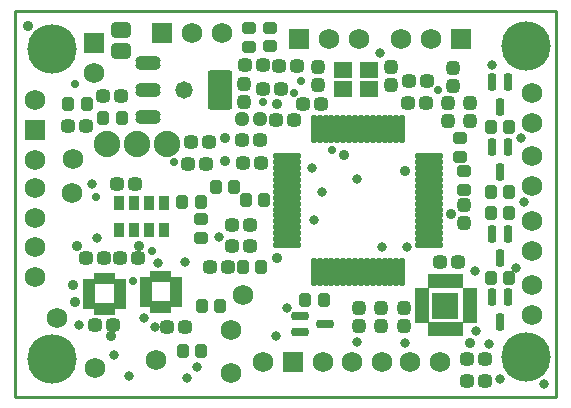
<source format=gts>
G04 Layer_Color=8388736*
%FSLAX23Y23*%
%MOIN*%
G70*
G01*
G75*
%ADD29C,0.010*%
%ADD37C,0.028*%
G04:AMPARAMS|DCode=44|XSize=45mil|YSize=45mil|CornerRadius=13mil|HoleSize=0mil|Usage=FLASHONLY|Rotation=270.000|XOffset=0mil|YOffset=0mil|HoleType=Round|Shape=RoundedRectangle|*
%AMROUNDEDRECTD44*
21,1,0.045,0.019,0,0,270.0*
21,1,0.019,0.045,0,0,270.0*
1,1,0.026,-0.009,-0.010*
1,1,0.026,-0.009,0.010*
1,1,0.026,0.009,0.010*
1,1,0.026,0.009,-0.010*
%
%ADD44ROUNDEDRECTD44*%
G04:AMPARAMS|DCode=45|XSize=45mil|YSize=45mil|CornerRadius=13mil|HoleSize=0mil|Usage=FLASHONLY|Rotation=0.000|XOffset=0mil|YOffset=0mil|HoleType=Round|Shape=RoundedRectangle|*
%AMROUNDEDRECTD45*
21,1,0.045,0.019,0,0,0.0*
21,1,0.019,0.045,0,0,0.0*
1,1,0.026,0.010,-0.009*
1,1,0.026,-0.010,-0.009*
1,1,0.026,-0.010,0.009*
1,1,0.026,0.010,0.009*
%
%ADD45ROUNDEDRECTD45*%
G04:AMPARAMS|DCode=46|XSize=83mil|YSize=134mil|CornerRadius=13mil|HoleSize=0mil|Usage=FLASHONLY|Rotation=0.000|XOffset=0mil|YOffset=0mil|HoleType=Round|Shape=RoundedRectangle|*
%AMROUNDEDRECTD46*
21,1,0.083,0.108,0,0,0.0*
21,1,0.057,0.134,0,0,0.0*
1,1,0.026,0.029,-0.054*
1,1,0.026,-0.029,-0.054*
1,1,0.026,-0.029,0.054*
1,1,0.026,0.029,0.054*
%
%ADD46ROUNDEDRECTD46*%
G04:AMPARAMS|DCode=47|XSize=83mil|YSize=44mil|CornerRadius=13mil|HoleSize=0mil|Usage=FLASHONLY|Rotation=180.000|XOffset=0mil|YOffset=0mil|HoleType=Round|Shape=RoundedRectangle|*
%AMROUNDEDRECTD47*
21,1,0.083,0.018,0,0,180.0*
21,1,0.057,0.044,0,0,180.0*
1,1,0.026,-0.029,0.009*
1,1,0.026,0.029,0.009*
1,1,0.026,0.029,-0.009*
1,1,0.026,-0.029,-0.009*
%
%ADD47ROUNDEDRECTD47*%
%ADD48R,0.063X0.053*%
%ADD49R,0.045X0.020*%
%ADD50R,0.020X0.045*%
%ADD51R,0.091X0.091*%
%ADD52R,0.032X0.051*%
G04:AMPARAMS|DCode=53|XSize=93mil|YSize=21mil|CornerRadius=8mil|HoleSize=0mil|Usage=FLASHONLY|Rotation=90.000|XOffset=0mil|YOffset=0mil|HoleType=Round|Shape=RoundedRectangle|*
%AMROUNDEDRECTD53*
21,1,0.093,0.006,0,0,90.0*
21,1,0.078,0.021,0,0,90.0*
1,1,0.015,0.003,0.039*
1,1,0.015,0.003,-0.039*
1,1,0.015,-0.003,-0.039*
1,1,0.015,-0.003,0.039*
%
%ADD53ROUNDEDRECTD53*%
G04:AMPARAMS|DCode=54|XSize=93mil|YSize=21mil|CornerRadius=8mil|HoleSize=0mil|Usage=FLASHONLY|Rotation=180.000|XOffset=0mil|YOffset=0mil|HoleType=Round|Shape=RoundedRectangle|*
%AMROUNDEDRECTD54*
21,1,0.093,0.006,0,0,180.0*
21,1,0.078,0.021,0,0,180.0*
1,1,0.015,-0.039,0.003*
1,1,0.015,0.039,0.003*
1,1,0.015,0.039,-0.003*
1,1,0.015,-0.039,-0.003*
%
%ADD54ROUNDEDRECTD54*%
G04:AMPARAMS|DCode=55|XSize=44mil|YSize=45mil|CornerRadius=13mil|HoleSize=0mil|Usage=FLASHONLY|Rotation=180.000|XOffset=0mil|YOffset=0mil|HoleType=Round|Shape=RoundedRectangle|*
%AMROUNDEDRECTD55*
21,1,0.044,0.018,0,0,180.0*
21,1,0.018,0.045,0,0,180.0*
1,1,0.026,-0.009,0.009*
1,1,0.026,0.009,0.009*
1,1,0.026,0.009,-0.009*
1,1,0.026,-0.009,-0.009*
%
%ADD55ROUNDEDRECTD55*%
G04:AMPARAMS|DCode=56|XSize=58mil|YSize=28mil|CornerRadius=9mil|HoleSize=0mil|Usage=FLASHONLY|Rotation=90.000|XOffset=0mil|YOffset=0mil|HoleType=Round|Shape=RoundedRectangle|*
%AMROUNDEDRECTD56*
21,1,0.058,0.009,0,0,90.0*
21,1,0.040,0.028,0,0,90.0*
1,1,0.018,0.005,0.020*
1,1,0.018,0.005,-0.020*
1,1,0.018,-0.005,-0.020*
1,1,0.018,-0.005,0.020*
%
%ADD56ROUNDEDRECTD56*%
G04:AMPARAMS|DCode=57|XSize=42mil|YSize=47mil|CornerRadius=13mil|HoleSize=0mil|Usage=FLASHONLY|Rotation=180.000|XOffset=0mil|YOffset=0mil|HoleType=Round|Shape=RoundedRectangle|*
%AMROUNDEDRECTD57*
21,1,0.042,0.021,0,0,180.0*
21,1,0.017,0.047,0,0,180.0*
1,1,0.025,-0.008,0.011*
1,1,0.025,0.008,0.011*
1,1,0.025,0.008,-0.011*
1,1,0.025,-0.008,-0.011*
%
%ADD57ROUNDEDRECTD57*%
G04:AMPARAMS|DCode=58|XSize=42mil|YSize=47mil|CornerRadius=13mil|HoleSize=0mil|Usage=FLASHONLY|Rotation=270.000|XOffset=0mil|YOffset=0mil|HoleType=Round|Shape=RoundedRectangle|*
%AMROUNDEDRECTD58*
21,1,0.042,0.021,0,0,270.0*
21,1,0.017,0.047,0,0,270.0*
1,1,0.025,-0.011,-0.008*
1,1,0.025,-0.011,0.008*
1,1,0.025,0.011,0.008*
1,1,0.025,0.011,-0.008*
%
%ADD58ROUNDEDRECTD58*%
G04:AMPARAMS|DCode=59|XSize=54mil|YSize=66mil|CornerRadius=14mil|HoleSize=0mil|Usage=FLASHONLY|Rotation=270.000|XOffset=0mil|YOffset=0mil|HoleType=Round|Shape=RoundedRectangle|*
%AMROUNDEDRECTD59*
21,1,0.054,0.038,0,0,270.0*
21,1,0.026,0.066,0,0,270.0*
1,1,0.028,-0.019,-0.013*
1,1,0.028,-0.019,0.013*
1,1,0.028,0.019,0.013*
1,1,0.028,0.019,-0.013*
%
%ADD59ROUNDEDRECTD59*%
G04:AMPARAMS|DCode=60|XSize=58mil|YSize=28mil|CornerRadius=9mil|HoleSize=0mil|Usage=FLASHONLY|Rotation=180.000|XOffset=0mil|YOffset=0mil|HoleType=Round|Shape=RoundedRectangle|*
%AMROUNDEDRECTD60*
21,1,0.058,0.009,0,0,180.0*
21,1,0.040,0.028,0,0,180.0*
1,1,0.018,-0.020,0.005*
1,1,0.018,0.020,0.005*
1,1,0.018,0.020,-0.005*
1,1,0.018,-0.020,-0.005*
%
%ADD60ROUNDEDRECTD60*%
%ADD61R,0.068X0.068*%
%ADD62C,0.068*%
%ADD63R,0.068X0.068*%
%ADD64C,0.088*%
%ADD65C,0.032*%
%ADD66C,0.036*%
%ADD67C,0.058*%
%ADD68C,0.165*%
G36*
X4219Y6166D02*
X4255D01*
Y6165D01*
Y6146D01*
Y6126D01*
Y6106D01*
Y6086D01*
Y6067D01*
Y6066D01*
X4219D01*
Y6046D01*
X4149D01*
Y6066D01*
X4113D01*
Y6067D01*
Y6086D01*
Y6106D01*
Y6126D01*
Y6146D01*
Y6165D01*
Y6166D01*
X4149D01*
Y6186D01*
X4219D01*
Y6166D01*
D02*
G37*
G36*
X4030Y6160D02*
X4066D01*
Y6159D01*
Y6115D01*
Y6060D01*
X4030D01*
Y6040D01*
X3960D01*
Y6060D01*
X3924D01*
Y6061D01*
Y6081D01*
Y6100D01*
Y6120D01*
Y6159D01*
Y6160D01*
X3960D01*
Y6180D01*
X4030D01*
Y6160D01*
D02*
G37*
%LPC*%
G36*
X4215Y6147D02*
X4153D01*
Y6146D01*
Y6126D01*
Y6106D01*
Y6086D01*
Y6085D01*
X4215D01*
Y6086D01*
Y6106D01*
Y6126D01*
Y6146D01*
Y6147D01*
D02*
G37*
G36*
X4026Y6141D02*
X3964D01*
Y6120D01*
Y6100D01*
Y6081D01*
Y6080D01*
X4026D01*
Y6115D01*
Y6141D01*
D02*
G37*
%LPD*%
D29*
X3698Y7052D02*
X5501D01*
X3698Y5766D02*
Y7052D01*
Y5766D02*
X5501D01*
Y7052D01*
D37*
X4627Y6778D02*
D03*
X4651Y6819D02*
D03*
X3968Y6431D02*
D03*
X4753Y6587D02*
D03*
X4226Y6547D02*
D03*
X3899Y6808D02*
D03*
X4523Y6749D02*
D03*
X4153Y6253D02*
D03*
X5106Y6787D02*
D03*
X4091Y6153D02*
D03*
D44*
X5156Y6802D02*
D03*
Y6862D02*
D03*
X4995Y6001D02*
D03*
Y6061D02*
D03*
X4844Y6062D02*
D03*
Y6002D02*
D03*
X4952Y6804D02*
D03*
Y6864D02*
D03*
X4709D02*
D03*
Y6804D02*
D03*
X4462Y6810D02*
D03*
Y6750D02*
D03*
X4916Y6002D02*
D03*
Y6062D02*
D03*
X5141Y6684D02*
D03*
Y6744D02*
D03*
X5213D02*
D03*
Y6684D02*
D03*
X5193Y6405D02*
D03*
Y6345D02*
D03*
D45*
X4639Y6868D02*
D03*
X4579D02*
D03*
X4203Y5999D02*
D03*
X4263D02*
D03*
X4049Y6230D02*
D03*
X4109D02*
D03*
X5204Y5818D02*
D03*
X5264D02*
D03*
X4343Y6614D02*
D03*
X4283D02*
D03*
X4464Y6872D02*
D03*
X4524D02*
D03*
X4051Y6768D02*
D03*
X3991D02*
D03*
X5265Y5892D02*
D03*
X5205D02*
D03*
X5113Y6214D02*
D03*
X5173D02*
D03*
X3995Y6229D02*
D03*
X3935D02*
D03*
X4025Y6005D02*
D03*
X3965D02*
D03*
X4096Y6476D02*
D03*
X4036D02*
D03*
X4335Y6541D02*
D03*
X4275D02*
D03*
X4422Y6339D02*
D03*
X4482D02*
D03*
X4583Y6793D02*
D03*
X4523D02*
D03*
X5011Y6819D02*
D03*
X5071D02*
D03*
X4657Y6742D02*
D03*
X4717D02*
D03*
X4482Y6270D02*
D03*
X4422D02*
D03*
X4457Y6544D02*
D03*
X4517D02*
D03*
X5006Y6745D02*
D03*
X5066D02*
D03*
X4568Y6690D02*
D03*
X4628D02*
D03*
X4514Y6623D02*
D03*
X4454D02*
D03*
X4346Y6198D02*
D03*
X4406D02*
D03*
X3874Y6670D02*
D03*
X3934D02*
D03*
D46*
X4381Y6788D02*
D03*
D47*
X4141Y6697D02*
D03*
Y6788D02*
D03*
Y6879D02*
D03*
D48*
X4876Y6793D02*
D03*
Y6855D02*
D03*
X4790D02*
D03*
Y6793D02*
D03*
D49*
X5053Y6022D02*
D03*
Y6041D02*
D03*
Y6061D02*
D03*
Y6081D02*
D03*
Y6101D02*
D03*
Y6120D02*
D03*
X5213D02*
D03*
Y6101D02*
D03*
Y6081D02*
D03*
Y6061D02*
D03*
Y6041D02*
D03*
Y6022D02*
D03*
D50*
X5084Y6151D02*
D03*
X5103D02*
D03*
X5123D02*
D03*
X5143D02*
D03*
X5163D02*
D03*
X5182D02*
D03*
Y5991D02*
D03*
X5163D02*
D03*
X5143D02*
D03*
X5123D02*
D03*
X5103D02*
D03*
X5084D02*
D03*
D51*
X5132Y6070D02*
D03*
D52*
X4194Y6412D02*
D03*
X4144D02*
D03*
X4094D02*
D03*
X4044D02*
D03*
Y6322D02*
D03*
X4094D02*
D03*
X4144D02*
D03*
X4194D02*
D03*
D53*
X4989Y6657D02*
D03*
X4969D02*
D03*
X4949D02*
D03*
X4930D02*
D03*
X4910D02*
D03*
X4890D02*
D03*
X4871D02*
D03*
X4851D02*
D03*
X4831D02*
D03*
X4811D02*
D03*
X4792D02*
D03*
X4772D02*
D03*
X4752D02*
D03*
X4733D02*
D03*
X4713D02*
D03*
X4693D02*
D03*
Y6183D02*
D03*
X4713D02*
D03*
X4733D02*
D03*
X4752D02*
D03*
X4772D02*
D03*
X4792D02*
D03*
X4811D02*
D03*
X4831D02*
D03*
X4851D02*
D03*
X4871D02*
D03*
X4890D02*
D03*
X4910D02*
D03*
X4930D02*
D03*
X4949D02*
D03*
X4969D02*
D03*
X4989D02*
D03*
D54*
X4604Y6568D02*
D03*
Y6548D02*
D03*
Y6528D02*
D03*
Y6509D02*
D03*
Y6489D02*
D03*
Y6469D02*
D03*
Y6450D02*
D03*
Y6430D02*
D03*
Y6410D02*
D03*
Y6390D02*
D03*
Y6371D02*
D03*
Y6351D02*
D03*
Y6331D02*
D03*
Y6312D02*
D03*
Y6292D02*
D03*
Y6272D02*
D03*
X5078D02*
D03*
Y6292D02*
D03*
Y6312D02*
D03*
Y6331D02*
D03*
Y6351D02*
D03*
Y6371D02*
D03*
Y6390D02*
D03*
Y6410D02*
D03*
Y6430D02*
D03*
Y6450D02*
D03*
Y6469D02*
D03*
Y6489D02*
D03*
Y6509D02*
D03*
Y6528D02*
D03*
Y6548D02*
D03*
Y6568D02*
D03*
D55*
X4454Y6692D02*
D03*
X4514D02*
D03*
D56*
X5340Y6814D02*
D03*
X5288D02*
D03*
X5314Y6732D02*
D03*
X5340Y6309D02*
D03*
X5288D02*
D03*
X5314Y6227D02*
D03*
X5340Y6597D02*
D03*
X5288D02*
D03*
X5314Y6515D02*
D03*
X5340Y6097D02*
D03*
X5288D02*
D03*
X5314Y6015D02*
D03*
D57*
X3992Y6695D02*
D03*
X4054D02*
D03*
X5345Y6377D02*
D03*
X5283D02*
D03*
X5345Y6448D02*
D03*
X5283D02*
D03*
X5345Y6163D02*
D03*
X5283D02*
D03*
X5345Y6664D02*
D03*
X5283D02*
D03*
X4320Y6069D02*
D03*
X4382D02*
D03*
X4257Y5919D02*
D03*
X4319D02*
D03*
X4255Y6414D02*
D03*
X4317D02*
D03*
X4518Y6198D02*
D03*
X4457D02*
D03*
X3936Y6743D02*
D03*
X3874D02*
D03*
X4529Y6421D02*
D03*
X4467D02*
D03*
X4429Y6465D02*
D03*
X4367D02*
D03*
X4727Y6088D02*
D03*
X4665D02*
D03*
D58*
X4548Y6934D02*
D03*
Y6996D02*
D03*
X4477Y6995D02*
D03*
Y6933D02*
D03*
X4319Y6357D02*
D03*
Y6295D02*
D03*
X5182Y6566D02*
D03*
Y6628D02*
D03*
X5194Y6518D02*
D03*
Y6456D02*
D03*
D59*
X4052Y6919D02*
D03*
Y6989D02*
D03*
D60*
X4649Y6034D02*
D03*
Y5983D02*
D03*
X4730Y6009D02*
D03*
D61*
X3763Y6656D02*
D03*
X3962Y6946D02*
D03*
D62*
X3763Y6756D02*
D03*
Y6556D02*
D03*
Y6361D02*
D03*
Y6461D02*
D03*
Y6266D02*
D03*
Y6166D02*
D03*
X4288Y6979D02*
D03*
X4388D02*
D03*
X3836Y6027D02*
D03*
X3965Y5863D02*
D03*
X4525Y5881D02*
D03*
X4725D02*
D03*
X4920D02*
D03*
X4820D02*
D03*
X5015D02*
D03*
X5115D02*
D03*
X4418Y5845D02*
D03*
X4168Y5887D02*
D03*
X3962Y6846D02*
D03*
X5420Y6778D02*
D03*
Y6678D02*
D03*
Y6251D02*
D03*
Y6351D02*
D03*
Y6467D02*
D03*
Y6567D02*
D03*
Y6140D02*
D03*
Y6040D02*
D03*
X4459Y6106D02*
D03*
X4419Y5990D02*
D03*
X3889Y6444D02*
D03*
X3891Y6558D02*
D03*
X4844Y6958D02*
D03*
X4744D02*
D03*
X4983D02*
D03*
X5083D02*
D03*
D63*
X4188Y6979D02*
D03*
X4625Y5881D02*
D03*
X4644Y6958D02*
D03*
X5183D02*
D03*
D64*
X4205Y6610D02*
D03*
X4105D02*
D03*
X4005D02*
D03*
D65*
X5234Y5986D02*
D03*
X5276Y5942D02*
D03*
X5314Y5825D02*
D03*
X4078Y5834D02*
D03*
X4568Y5969D02*
D03*
X4028Y5904D02*
D03*
X3970Y6294D02*
D03*
X5385Y6628D02*
D03*
X4686Y6527D02*
D03*
X3953Y6475D02*
D03*
X5460Y5807D02*
D03*
X5003Y6264D02*
D03*
X5230Y6186D02*
D03*
X4264Y6214D02*
D03*
X4127Y6028D02*
D03*
X4836Y5949D02*
D03*
X5393Y6414D02*
D03*
X5369Y6196D02*
D03*
X4915Y6913D02*
D03*
X5288Y6873D02*
D03*
X4996Y5946D02*
D03*
X4377Y6297D02*
D03*
X4174Y6213D02*
D03*
X3911Y6005D02*
D03*
X4721Y6449D02*
D03*
X4604Y6061D02*
D03*
X4165Y5999D02*
D03*
X4836Y6493D02*
D03*
X4305Y5865D02*
D03*
X4272Y5830D02*
D03*
X4922Y6264D02*
D03*
X4693Y6355D02*
D03*
D66*
X5213Y5945D02*
D03*
X3741Y7002D02*
D03*
X4396Y6628D02*
D03*
X4397Y6551D02*
D03*
X4793Y6573D02*
D03*
X4572Y6741D02*
D03*
X3891Y6138D02*
D03*
X4570Y6230D02*
D03*
X4997Y6517D02*
D03*
X5150Y6376D02*
D03*
X5132Y6070D02*
D03*
X3899Y6081D02*
D03*
X4110Y6268D02*
D03*
X3903Y6269D02*
D03*
X4019Y5968D02*
D03*
D67*
X4261Y6788D02*
D03*
D68*
X3822Y6924D02*
D03*
X5400Y6936D02*
D03*
X3821Y5893D02*
D03*
X5400Y5899D02*
D03*
M02*

</source>
